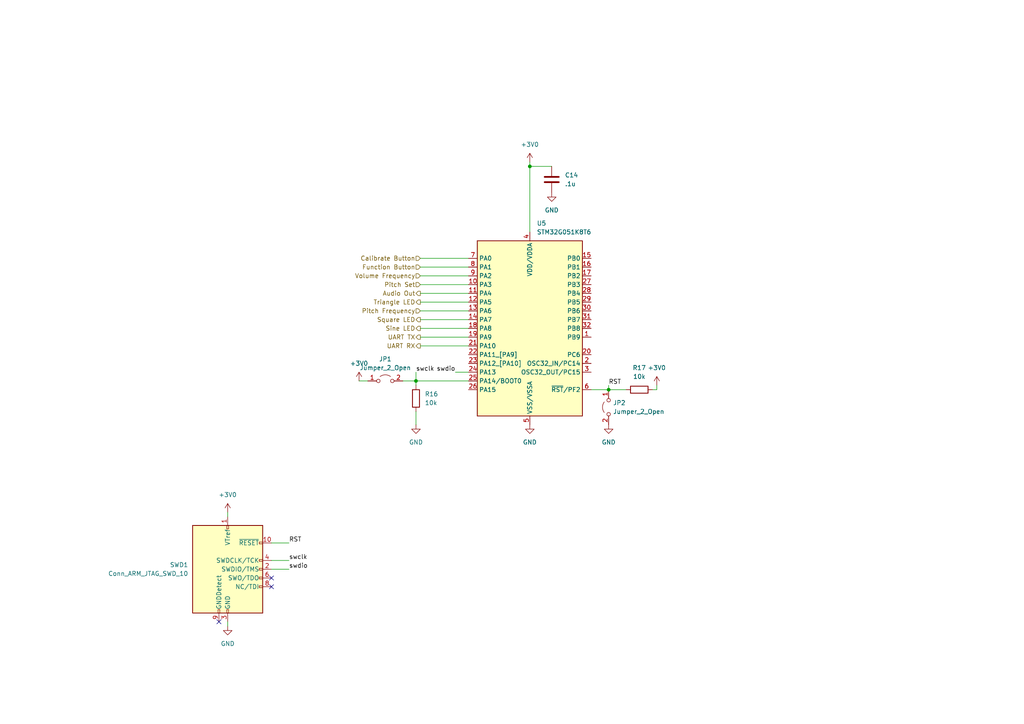
<source format=kicad_sch>
(kicad_sch (version 20230121) (generator eeschema)
  (paper "A4")
  (lib_symbols
    (symbol "Connector:Conn_ARM_JTAG_SWD_10" (pin_names (offset 1.016))
      (property "Reference" "J" (at -2.54 16.51 0))
      (property "Value" "Conn_ARM_JTAG_SWD_10" (at -2.54 13.97 0))
      (symbol "Conn_ARM_JTAG_SWD_10_0_1"
        (rectangle (start -10.16 12.7) (end 10.16 -12.7) (stroke (width 0.254)) (fill (type background)))
        (rectangle (start -2.794 -12.7) (end -2.286 -11.684))
        (rectangle (start -0.254 -12.7) (end 0.254 -11.684))
        (rectangle (start -0.254 12.7) (end 0.254 11.684))
        (rectangle (start 9.144 2.286) (end 10.16 2.794))
        (rectangle (start 10.16 -2.794) (end 9.144 -2.286))
        (rectangle (start 10.16 -0.254) (end 9.144 0.254))
        (rectangle (start 10.16 7.874) (end 9.144 7.366))
      )
      (symbol "Conn_ARM_JTAG_SWD_10_1_1"
        (rectangle (start 9.144 -5.334) (end 10.16 -4.826))
        (pin power_in line (at 0 15.24 270) (length 2.54) (name "VTref") (number "1"))
        (pin open_collector line (at 12.7 7.62 180) (length 2.54) (name "~{RESET}") (number "10"))
        (pin bidirectional line (at 12.7 0 180) (length 2.54) (name "SWDIO/TMS") (number "2"))
        (pin power_in line (at 0 -15.24 90) (length 2.54) (name "GND") (number "3"))
        (pin output line (at 12.7 2.54 180) (length 2.54) (name "SWDCLK/TCK") (number "4"))
        (pin passive line (at 0 -15.24 90) (length 2.54) hide (name "GND") (number "5"))
        (pin input line (at 12.7 -2.54 180) (length 2.54) (name "SWO/TDO") (number "6"))
        (pin no_connect line (at -10.16 0 0) (length 2.54) hide (name "KEY") (number "7"))
        (pin output line (at 12.7 -5.08 180) (length 2.54) (name "NC/TDI") (number "8"))
        (pin passive line (at -2.54 -15.24 90) (length 2.54) (name "GNDDetect") (number "9"))
      )
    )
    (symbol "Device:C" (pin_numbers hide) (pin_names (offset 0.254))
      (property "Reference" "C" (at 0.635 2.54 0))
      (property "Value" "C" (at 0.635 -2.54 0))
      (symbol "C_0_1"
        (polyline (pts (xy -2.032 -0.762) (xy 2.032 -0.762)) (stroke (width 0.508)))
        (polyline (pts (xy -2.032 0.762) (xy 2.032 0.762)) (stroke (width 0.508)))
      )
      (symbol "C_1_1"
        (pin passive line (at 0 3.81 270) (length 2.794) (name "~") (number "1"))
        (pin passive line (at 0 -3.81 90) (length 2.794) (name "~") (number "2"))
      )
    )
    (symbol "Device:R" (pin_numbers hide) (pin_names (offset 0))
      (property "Reference" "R" (at 2.032 0 90))
      (property "Value" "R" (at 0 0 90))
      (symbol "R_0_1"
        (rectangle (start -1.016 -2.54) (end 1.016 2.54) (stroke (width 0.254)))
      )
      (symbol "R_1_1"
        (pin passive line (at 0 3.81 270) (length 1.27) (name "~") (number "1"))
        (pin passive line (at 0 -3.81 90) (length 1.27) (name "~") (number "2"))
      )
    )
    (symbol "GND_7" (power) (pin_names (offset 0))
      (property "Value" "GND_7" (at 0 -3.81 0))
      (symbol "GND_7_0_1"
        (polyline (pts (xy 0 0) (xy 0 -1.27) (xy 1.27 -1.27) (xy 0 -2.54) (xy -1.27 -1.27) (xy 0 -1.27)))
      )
      (symbol "GND_7_1_1"
        (pin power_in line (at 0 0 270) (length 0) hide (name "GND") (number "1"))
      )
    )
    (symbol "Jumper:Jumper_2_Open" (pin_names (offset 0) hide)
      (property "Reference" "JP" (at 0 2.794 0))
      (property "Value" "Jumper_2_Open" (at 0 -2.286 0))
      (symbol "Jumper_2_Open_0_0"
        (circle (center -2.032 0) (radius 0.508))
        (circle (center 2.032 0) (radius 0.508))
      )
      (symbol "Jumper_2_Open_0_1"
        (arc (start 1.524 1.27) (mid 0 1.778) (end -1.524 1.27))
      )
      (symbol "Jumper_2_Open_1_1"
        (pin passive line (at -5.08 0 0) (length 2.54) (name "A") (number "1"))
        (pin passive line (at 5.08 0 180) (length 2.54) (name "B") (number "2"))
      )
    )
    (symbol "MCU_ST_STM32G0:STM32G071KxT"
      (property "Reference" "U" (at -15.24 26.67 0))
      (property "Value" "STM32G071KxT" (at 1.27 26.67 0))
      (symbol "STM32G071KxT_0_1"
        (rectangle (start -15.24 -25.4) (end 15.24 25.4) (stroke (width 0.254)) (fill (type background)))
      )
      (symbol "STM32G071KxT_1_1"
        (pin bidirectional line (at 17.78 -2.54 180) (length 2.54) (name "PB9") (number "1"))
        (pin bidirectional line (at -17.78 12.7 0) (length 2.54) (name "PA3") (number "10"))
        (pin bidirectional line (at -17.78 10.16 0) (length 2.54) (name "PA4") (number "11"))
        (pin bidirectional line (at -17.78 7.62 0) (length 2.54) (name "PA5") (number "12"))
        (pin bidirectional line (at -17.78 5.08 0) (length 2.54) (name "PA6") (number "13"))
        (pin bidirectional line (at -17.78 2.54 0) (length 2.54) (name "PA7") (number "14"))
        (pin bidirectional line (at 17.78 20.32 180) (length 2.54) (name "PB0") (number "15"))
        (pin bidirectional line (at 17.78 17.78 180) (length 2.54) (name "PB1") (number "16"))
        (pin bidirectional line (at 17.78 15.24 180) (length 2.54) (name "PB2") (number "17"))
        (pin bidirectional line (at -17.78 0 0) (length 2.54) (name "PA8") (number "18"))
        (pin bidirectional line (at -17.78 -2.54 0) (length 2.54) (name "PA9") (number "19"))
        (pin bidirectional line (at 17.78 -10.16 180) (length 2.54) (name "OSC32_IN/PC14") (number "2"))
        (pin bidirectional line (at 17.78 -7.62 180) (length 2.54) (name "PC6") (number "20"))
        (pin bidirectional line (at -17.78 -5.08 0) (length 2.54) (name "PA10") (number "21"))
        (pin bidirectional line (at -17.78 -7.62 0) (length 2.54) (name "PA11_[PA9]") (number "22"))
        (pin bidirectional line (at -17.78 -10.16 0) (length 2.54) (name "PA12_[PA10]") (number "23"))
        (pin bidirectional line (at -17.78 -12.7 0) (length 2.54) (name "PA13") (number "24"))
        (pin bidirectional line (at -17.78 -15.24 0) (length 2.54) (name "PA14/BOOT0") (number "25"))
        (pin bidirectional line (at -17.78 -17.78 0) (length 2.54) (name "PA15") (number "26"))
        (pin bidirectional line (at 17.78 12.7 180) (length 2.54) (name "PB3") (number "27"))
        (pin bidirectional line (at 17.78 10.16 180) (length 2.54) (name "PB4") (number "28"))
        (pin bidirectional line (at 17.78 7.62 180) (length 2.54) (name "PB5") (number "29"))
        (pin bidirectional line (at 17.78 -12.7 180) (length 2.54) (name "OSC32_OUT/PC15") (number "3"))
        (pin bidirectional line (at 17.78 5.08 180) (length 2.54) (name "PB6") (number "30"))
        (pin bidirectional line (at 17.78 2.54 180) (length 2.54) (name "PB7") (number "31"))
        (pin bidirectional line (at 17.78 0 180) (length 2.54) (name "PB8") (number "32"))
        (pin power_in line (at 0 27.94 270) (length 2.54) (name "VDD/VDDA") (number "4"))
        (pin power_in line (at 0 -27.94 90) (length 2.54) (name "VSS/VSSA") (number "5"))
        (pin bidirectional line (at 17.78 -17.78 180) (length 2.54) (name "~{RST}/PF2") (number "6"))
        (pin bidirectional line (at -17.78 20.32 0) (length 2.54) (name "PA0") (number "7"))
        (pin bidirectional line (at -17.78 17.78 0) (length 2.54) (name "PA1") (number "8"))
        (pin bidirectional line (at -17.78 15.24 0) (length 2.54) (name "PA2") (number "9"))
      )
    )
    (symbol "power:+3V0" (power) (pin_names (offset 0))
      (property "Value" "+3V0" (at 0 3.556 0))
      (symbol "+3V0_0_1"
        (polyline (pts (xy -0.762 1.27) (xy 0 2.54)))
        (polyline (pts (xy 0 0) (xy 0 2.54)))
        (polyline (pts (xy 0 2.54) (xy 0.762 1.27)))
      )
      (symbol "+3V0_1_1"
        (pin power_in line (at 0 0 90) (length 0) hide (name "+3V0") (number "1"))
      )
    )
    (symbol "power:GND" (power) (pin_names (offset 0))
      (property "Value" "GND" (at 0 -3.81 0))
      (symbol "GND_0_1"
        (polyline (pts (xy 0 0) (xy 0 -1.27) (xy 1.27 -1.27) (xy 0 -2.54) (xy -1.27 -1.27) (xy 0 -1.27)))
      )
      (symbol "GND_1_1"
        (pin power_in line (at 0 0 270) (length 0) hide (name "GND") (number "1"))
      )
    )
  )
  (junction (at 120.65 110.49))
  (junction (at 176.53 113.03))
  (junction (at 153.67 48.26))
  (no_connect (at 63.5 180.34))
  (no_connect (at 78.74 167.64))
  (no_connect (at 78.74 170.18))
  (wire (pts (xy 121.92 100.33) (xy 135.89 100.33)))
  (wire (pts (xy 78.74 157.48) (xy 83.82 157.48)))
  (wire (pts (xy 121.92 82.55) (xy 135.89 82.55)))
  (wire (pts (xy 120.65 119.38) (xy 120.65 123.19)))
  (wire (pts (xy 121.92 80.01) (xy 135.89 80.01)))
  (wire (pts (xy 66.04 180.34) (xy 66.04 181.61)))
  (wire (pts (xy 153.67 48.26) (xy 153.67 67.31)))
  (wire (pts (xy 153.67 48.26) (xy 160.02 48.26)))
  (wire (pts (xy 190.5 113.03) (xy 189.23 113.03)))
  (wire (pts (xy 104.14 110.49) (xy 106.68 110.49)))
  (wire (pts (xy 132.08 107.95) (xy 135.89 107.95)))
  (wire (pts (xy 153.67 46.99) (xy 153.67 48.26)))
  (wire (pts (xy 66.04 149.86) (xy 66.04 148.59)))
  (wire (pts (xy 176.53 113.03) (xy 181.61 113.03)))
  (wire (pts (xy 120.65 111.76) (xy 120.65 110.49)))
  (wire (pts (xy 120.65 107.95) (xy 120.65 110.49)))
  (wire (pts (xy 121.92 92.71) (xy 135.89 92.71)))
  (wire (pts (xy 120.65 110.49) (xy 135.89 110.49)))
  (wire (pts (xy 121.92 77.47) (xy 135.89 77.47)))
  (wire (pts (xy 121.92 90.17) (xy 135.89 90.17)))
  (wire (pts (xy 78.74 162.56) (xy 83.82 162.56)))
  (wire (pts (xy 121.92 85.09) (xy 135.89 85.09)))
  (wire (pts (xy 121.92 95.25) (xy 135.89 95.25)))
  (wire (pts (xy 171.45 113.03) (xy 176.53 113.03)))
  (wire (pts (xy 121.92 87.63) (xy 135.89 87.63)))
  (wire (pts (xy 176.53 111.76) (xy 176.53 113.03)))
  (wire (pts (xy 190.5 111.76) (xy 190.5 113.03)))
  (wire (pts (xy 121.92 74.93) (xy 135.89 74.93)))
  (wire (pts (xy 78.74 165.1) (xy 83.82 165.1)))
  (wire (pts (xy 116.84 110.49) (xy 120.65 110.49)))
  (wire (pts (xy 121.92 97.79) (xy 135.89 97.79)))
  (label "RST" (at 83.82 157.48 0))
  (label "swclk" (at 83.82 162.56 0))
  (label "swdio" (at 83.82 165.1 0))
  (label "RST" (at 176.53 111.76 0))
  (label "swclk" (at 120.65 107.95 0))
  (label "swdio" (at 132.08 107.95 180))
  (hierarchical_label "Pitch Frequency" (shape input) (at 121.92 90.17 180))
  (hierarchical_label "Function Button" (shape input) (at 121.92 77.47 180))
  (hierarchical_label "UART TX" (shape output) (at 121.92 97.79 180))
  (hierarchical_label "Sine LED" (shape output) (at 121.92 95.25 180))
  (hierarchical_label "Volume Frequency" (shape input) (at 121.92 80.01 180))
  (hierarchical_label "Calibrate Button" (shape input) (at 121.92 74.93 180))
  (hierarchical_label "Triangle LED" (shape output) (at 121.92 87.63 180))
  (hierarchical_label "Audio Out" (shape output) (at 121.92 85.09 180))
  (hierarchical_label "Pitch Set" (shape input) (at 121.92 82.55 180))
  (hierarchical_label "Square LED" (shape output) (at 121.92 92.71 180))
  (hierarchical_label "UART RX" (shape output) (at 121.92 100.33 180))
  (symbol (lib_name "GND_7") (lib_id "power:GND") (at 120.65 123.19 0) (unit 1)
    (property "Reference" "#PWR031" (effects hide))
    (property "Value" "GND" (at 120.65 128.27 0))
  )
  (symbol (lib_id "Jumper:Jumper_2_Open") (at 111.76 110.49 0) (unit 1)
    (property "Reference" "JP1" (at 111.76 104.14 0))
    (property "Value" "Jumper_2_Open" (at 111.76 106.68 0))
    (property "Footprint" "Jumper:SolderJumper-2_P1.3mm_Open_TrianglePad1.0x1.5mm" (effects hide))
  )
  (symbol (lib_id "power:GND") (at 66.04 181.61 0) (unit 1)
    (property "Reference" "#PWR0102" (effects hide))
    (property "Value" "GND" (at 66.04 186.69 0))
  )
  (symbol (lib_id "Device:R") (at 120.65 115.57 0) (unit 1)
    (property "Reference" "R16" (at 123.19 114.2999 0) (effects (justify left)))
    (property "Value" "10k" (at 123.19 116.8399 0) (effects (justify left)))
    (property "Footprint" "Resistor_THT:R_Axial_DIN0207_L6.3mm_D2.5mm_P10.16mm_Horizontal" (effects hide))
  )
  (symbol (lib_name "GND_7") (lib_id "power:GND") (at 153.67 123.19 0) (unit 1)
    (property "Reference" "#PWR033" (effects hide))
    (property "Value" "GND" (at 153.67 128.27 0))
  )
  (symbol (lib_id "power:GND") (at 176.53 123.19 0) (unit 1)
    (property "Reference" "#PWR035" (effects hide))
    (property "Value" "GND" (at 176.53 128.27 0))
  )
  (symbol (lib_id "Device:R") (at 185.42 113.03 270) (unit 1)
    (property "Reference" "R17" (at 185.42 106.68 90))
    (property "Value" "10k" (at 185.42 109.22 90))
    (property "Footprint" "Resistor_THT:R_Axial_DIN0207_L6.3mm_D2.5mm_P10.16mm_Horizontal" (effects hide))
  )
  (symbol (lib_id "MCU_ST_STM32G0:STM32G071KxT") (at 153.67 95.25 0) (unit 1)
    (property "Reference" "U5" (at 155.6894 64.77 0) (effects (justify left)))
    (property "Value" "STM32G051K8T6" (at 155.6894 67.31 0) (effects (justify left)))
    (property "Footprint" "Package_QFP:LQFP-32_7x7mm_P0.8mm" (effects hide))
    (property "Datasheet" "https://www.st.com/resource/en/datasheet/stm32g071kb.pdf" (effects hide))
  )
  (symbol (lib_id "Jumper:Jumper_2_Open") (at 176.53 118.11 90) (mirror x) (unit 1)
    (property "Reference" "JP2" (at 177.8 116.8399 90) (effects (justify right)))
    (property "Value" "Jumper_2_Open" (at 177.8 119.3799 90) (effects (justify right)))
    (property "Footprint" "Jumper:SolderJumper-2_P1.3mm_Open_TrianglePad1.0x1.5mm" (effects hide))
  )
  (symbol (lib_id "power:+3V0") (at 190.5 111.76 0) (unit 1)
    (property "Reference" "#PWR036" (effects hide))
    (property "Value" "+3V0" (at 190.5 106.68 0))
  )
  (symbol (lib_id "power:+3V0") (at 104.14 110.49 0) (unit 1)
    (property "Reference" "#PWR030" (effects hide))
    (property "Value" "+3V0" (at 104.14 105.41 0))
  )
  (symbol (lib_id "power:+3V0") (at 66.04 148.59 0) (unit 1)
    (property "Reference" "#PWR0101" (effects hide))
    (property "Value" "+3V0" (at 66.04 143.51 0))
  )
  (symbol (lib_id "Connector:Conn_ARM_JTAG_SWD_10") (at 66.04 165.1 0) (unit 1)
    (property "Reference" "SWD1" (at 54.61 163.8299 0) (effects (justify right)))
    (property "Value" "Conn_ARM_JTAG_SWD_10" (at 54.61 166.3699 0) (effects (justify right)))
    (property "Footprint" "Connector_PinHeader_1.27mm:PinHeader_2x05_P1.27mm_Vertical" (effects hide))
    (property "Datasheet" "http://infocenter.arm.com/help/topic/com.arm.doc.ddi0314h/DDI0314H_coresight_components_trm.pdf" (effects hide))
    (property "PN" "20021111-00010T1LF" (effects hide))
  )
  (symbol (lib_id "power:+3V0") (at 153.67 46.99 0) (unit 1)
    (property "Reference" "#PWR032" (effects hide))
    (property "Value" "+3V0" (at 153.67 41.91 0))
  )
  (symbol (lib_id "power:GND") (at 160.02 55.88 0) (unit 1)
    (property "Reference" "#PWR034" (effects hide))
    (property "Value" "GND" (at 160.02 60.96 0))
  )
  (symbol (lib_id "Device:C") (at 160.02 52.07 180) (unit 1)
    (property "Reference" "C14" (at 163.83 50.7999 0) (effects (justify right)))
    (property "Value" ".1u" (at 163.83 53.3399 0) (effects (justify right)))
    (property "Footprint" "Capacitor_THT:C_Rect_L4.0mm_W2.5mm_P2.50mm" (effects hide))
  )
)
</source>
